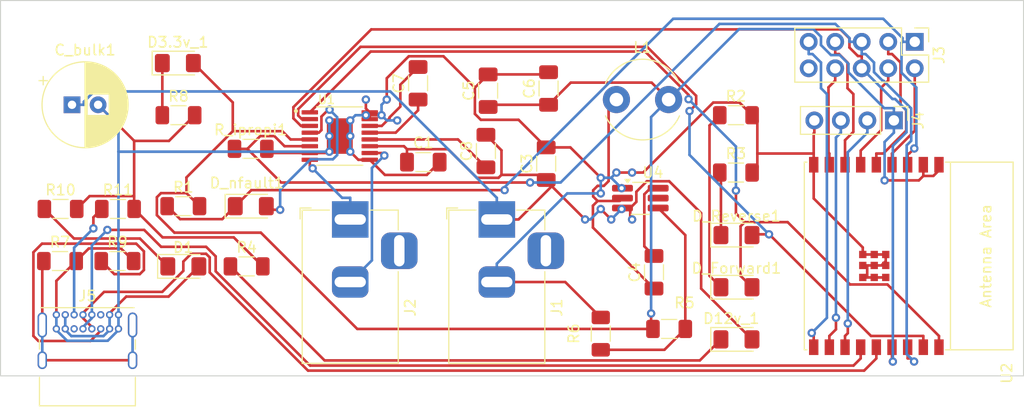
<source format=kicad_pcb>
(kicad_pcb (version 20240108) (generator "pcbnew") (generator_version "8.0")
  (title_block (title "Blind Controller") (date "2024-05-28") (rev "0") (company "Nabheet Sandhu"))
  (layers (0 "F.Cu" signal) (31 "B.Cu" signal) (34 "B.Paste" user) (35 "F.Paste" user) (36 "B.SilkS" user "B.Silkscreen") (37 "F.SilkS" user "F.Silkscreen") (38 "B.Mask" user) (39 "F.Mask" user) (44 "Edge.Cuts" user))
  (net 0 "")
  (net 1 "Net-(D12v_1-A)")
  (net 2 "GNDREF")
  (net 3 "Net-(U4-BST)")
  (net 4 "Net-(U4-SW)")
  (net 5 "/Power3.3v")
  (net 6 "Net-(D1-A)")
  (net 7 "Net-(D3.3v_1-K)")
  (net 8 "Net-(D12v_1-K)")
  (net 9 "/Forward")
  (net 10 "Net-(D_Forward1-K)")
  (net 11 "Net-(D_Reverse1-K)")
  (net 12 "/Reverse")
  (net 13 "Net-(U1-CPH)")
  (net 14 "Net-(U1-CPL)")
  (net 15 "/Motor Reverse")
  (net 16 "/Motor Forward")
  (net 17 "/IO4")
  (net 18 "Net-(U1-VCP)")
  (net 19 "/IO9")
  (net 20 "/IO3")
  (net 21 "/IO7")
  (net 22 "/IO2")
  (net 23 "/IO8")
  (net 24 "/IO5")
  (net 25 "/IO6")
  (net 26 "/IO10")
  (net 27 "/TXD0")
  (net 28 "/RXD0")
  (net 29 "Net-(J5-SHIELD)")
  (net 30 "/USB-D-")
  (net 31 "Net-(J5-CC1)")
  (net 34 "/USB-D+")
  (net 35 "Net-(J5-CC2)")
  (net 36 "Net-(D1-K)")
  (net 37 "Net-(U4-FB)")
  (net 39 "Net-(D_nfault1-A)")
  (footprint "" (layer "F.Cu") (at 142.5 134)
    (property "Reference" "")
    (property "Value" "")
  )
  (footprint "Connector_USB:USB_C_Receptacle_GCT_USB4085" (layer "F.Cu") (at 87.35 143.14)
    (property "Reference" "J5")
    (property "Value" "USB_C_Receptacle_USB2.0_16P")
  )
  (footprint "" (layer "F.Cu") (at 139.5 130)
    (property "Reference" "")
    (property "Value" "")
  )
  (footprint "LED_SMD:LED_1206_3216Metric_Pad1.42x1.75mm_HandSolder" (layer "F.Cu") (at 152.5 145.5)
    (property "Reference" "D12v_1")
    (property "Value" "Orange")
  )
  (footprint "" (layer "F.Cu") (at 115.5 126)
    (property "Reference" "")
    (property "Value" "")
  )
  (footprint "" (layer "F.Cu") (at 142.5 129.5)
    (property "Reference" "")
    (property "Value" "")
  )
  (footprint "" (layer "F.Cu") (at 118.7707 127.8676)
    (property "Reference" "")
    (property "Value" "")
  )
  (footprint "LED_SMD:LED_1206_3216Metric_Pad1.42x1.75mm_HandSolder" (layer "F.Cu") (at 152.5 140.5)
    (property "Reference" "D_Forward1")
    (property "Value" "Green")
  )
  (footprint "LED_SMD:LED_1206_3216Metric_Pad1.42x1.75mm_HandSolder" (layer "F.Cu") (at 152.5 135.5)
    (property "Reference" "D_Reverse1")
    (property "Value" "Blue")
  )
  (footprint "" (layer "F.Cu") (at 140.5 134)
    (property "Reference" "")
    (property "Value" "")
  )
  (footprint "" (layer "F.Cu") (at 115.5 127.5)
    (property "Reference" "")
    (property "Value" "")
  )
  (footprint "Capacitor_SMD:C_1206_3216Metric_Pad1.33x1.80mm_HandSolder" (layer "F.Cu") (at 122.5 128.5)
    (property "Reference" "C1")
    (property "Value" "100nF")
  )
  (footprint "" (layer "F.Cu") (at 141.5 131)
    (property "Reference" "")
    (property "Value" "")
  )
  (footprint "Capacitor_SMD:C_1206_3216Metric_Pad1.33x1.80mm_HandSolder" (layer "F.Cu") (at 128.71 121.65 90)
    (property "Reference" "C5")
    (property "Value" "22µF")
  )
  (footprint "Connector_BarrelJack:BarrelJack_Horizontal" (layer "F.Cu") (at 129.5425 134 90)
    (property "Reference" "J1")
    (property "Value" "Barrel_Jack_Switch")
  )
  (footprint "LED_SMD:LED_1206_3216Metric_Pad1.42x1.75mm_HandSolder" (layer "F.Cu") (at 99.5125 138.5)
    (property "Reference" "D1")
    (property "Value" "Yellow")
  )
  (footprint "Capacitor_SMD:C_1206_3216Metric_Pad1.33x1.80mm_HandSolder" (layer "F.Cu") (at 122 120.9375 90)
    (property "Reference" "C7")
    (property "Value" "22nF")
  )
  (footprint "Capacitor_SMD:C_1206_3216Metric_Pad1.33x1.80mm_HandSolder" (layer "F.Cu") (at 144.6 139.0625 90)
    (property "Reference" "C4")
    (property "Value" "100nF")
  )
  (footprint "Capacitor_THT:CP_Radial_D8.0mm_P2.50mm" (layer "F.Cu") (at 88.8473 123)
    (property "Reference" "C_bulk1")
    (property "Value" "330µF")
  )
  (footprint "Resistor_SMD:R_1206_3216Metric_Pad1.30x1.75mm_HandSolder" (layer "F.Cu") (at 139.5 144.95 90)
    (property "Reference" "R6")
    (property "Value" "10kΩ")
  )
  (footprint "Resistor_SMD:R_1206_3216Metric_Pad1.30x1.75mm_HandSolder" (layer "F.Cu") (at 99.5125 132.725)
    (property "Reference" "R1")
    (property "Value" "10kΩ")
  )
  (footprint "Connector_BarrelJack:BarrelJack_Horizontal" (layer "F.Cu") (at 115.5 134 90)
    (property "Reference" "J2")
    (property "Value" "DC_Motor_12v")
  )
  (footprint "Capacitor_SMD:C_1206_3216Metric_Pad1.33x1.80mm_HandSolder" (layer "F.Cu") (at 128.5 127.4375 90)
    (property "Reference" "C8")
    (property "Value" "100nF")
  )
  (footprint "Resistor_SMD:R_1206_3216Metric_Pad1.30x1.75mm_HandSolder" (layer "F.Cu") (at 146.05 144.5)
    (property "Reference" "R5")
    (property "Value" "33kΩ")
  )
  (footprint "PCM_Espressif:ESP32-C3-WROOM-02" (layer "F.Cu") (at 166 137.5 -90)
    (property "Reference" "U2")
    (property "Value" "ESP32-C3-WROOM-02")
  )
  (footprint "" (layer "F.Cu") (at 141 129.5)
    (property "Reference" "")
    (property "Value" "")
  )
  (footprint "Resistor_SMD:R_1206_3216Metric_Pad1.30x1.75mm_HandSolder" (layer "F.Cu") (at 105.9625 127.225)
    (property "Reference" "R_ipropi1")
    (property "Value" "1.5kΩ")
  )
  (footprint "" (layer "F.Cu") (at 118.5 124)
    (property "Reference" "")
    (property "Value" "")
  )
  (footprint "" (layer "F.Cu") (at 139.5 131.5)
    (property "Reference" "")
    (property "Value" "")
  )
  (footprint "" (layer "F.Cu") (at 115.5 124.5)
    (property "Reference" "")
    (property "Value" "")
  )
  (footprint "" (layer "F.Cu") (at 119 122.5)
    (property "Reference" "")
    (property "Value" "")
  )
  (footprint "" (layer "F.Cu") (at 138 134)
    (property "Reference" "")
    (property "Value" "")
  )
  (footprint "Resistor_SMD:R_1206_3216Metric_Pad1.30x1.75mm_HandSolder" (layer "F.Cu") (at 93.2 137.99)
    (property "Reference" "R9")
    (property "Value" "5kΩ")
  )
  (footprint "Resistor_SMD:R_1206_3216Metric_Pad1.30x1.75mm_HandSolder" (layer "F.Cu") (at 152.45 124)
    (property "Reference" "R2")
    (property "Value" "660Ω")
  )
  (footprint "" (layer "F.Cu") (at 139.5 133)
    (property "Reference" "")
    (property "Value" "")
  )
  (footprint "Resistor_SMD:R_1206_3216Metric_Pad1.30x1.75mm_HandSolder" (layer "F.Cu") (at 93.25 132.99)
    (property "Reference" "R11")
    (property "Value" "5kΩ")
  )
  (footprint "" (layer "F.Cu") (at 113.5 124.5)
    (property "Reference" "")
    (property "Value" "")
  )
  (footprint "" (layer "F.Cu") (at 117 122.5)
    (property "Reference" "")
    (property "Value" "")
  )
  (footprint "Resistor_SMD:R_1206_3216Metric_Pad1.30x1.75mm_HandSolder" (layer "F.Cu") (at 87.7 137.99)
    (property "Reference" "R7")
    (property "Value" "5kΩ")
  )
  (footprint "" (layer "F.Cu") (at 113.5 127.5)
    (property "Reference" "")
    (property "Value" "")
  )
  (footprint "" (layer "F.Cu") (at 113.5 126)
    (property "Reference" "")
    (property "Value" "")
  )
  (footprint "Connector_PinHeader_2.54mm:PinHeader_2x05_P2.54mm_Vertical" (layer "F.Cu") (at 169.58 116.96 -90)
    (property "Reference" "J3")
    (property "Value" "JTAG/GPIO")
  )
  (footprint "Resistor_SMD:R_1206_3216Metric_Pad1.30x1.75mm_HandSolder" (layer "F.Cu") (at 87.75 132.99)
    (property "Reference" "R10")
    (property "Value" "1kΩ")
  )
  (footprint "" (layer "F.Cu") (at 141.5 133)
    (property "Reference" "")
    (property "Value" "")
  )
  (footprint "" (layer "F.Cu") (at 117 124)
    (property "Reference" "")
    (property "Value" "")
  )
  (footprint "LED_SMD:LED_1206_3216Metric_Pad1.42x1.75mm_HandSolder" (layer "F.Cu") (at 98.9875 119)
    (property "Reference" "D3.3v_1")
    (property "Value" "Yellow")
  )
  (footprint "DRV8874PWPR:SOP65P640X120-17N" (layer "F.Cu") (at 114.5 126)
    (property "Reference" "U1")
    (property "Value" "DRV8874PWPR")
  )
  (footprint "Connector_PinHeader_2.54mm:PinHeader_1x04_P2.54mm_Vertical" (layer "F.Cu") (at 167.58 124.5 -90)
    (property "Reference" "J4")
    (property "Value" "UART")
  )
  (footprint "Capacitor_SMD:C_1206_3216Metric_Pad1.33x1.80mm_HandSolder" (layer "F.Cu") (at 134.5 121.4375 90)
    (property "Reference" "C6")
    (property "Value" "22µF")
  )
  (footprint "" (layer "F.Cu") (at 120 124.5)
    (property "Reference" "")
    (property "Value" "")
  )
  (footprint "" (layer "F.Cu") (at 113.5227 123.474)
    (property "Reference" "")
    (property "Value" "")
  )
  (footprint "Package_TO_SOT_SMD:TSOT-23-6_HandSoldering" (layer "F.Cu") (at 143.29 131.95)
    (property "Reference" "U4")
    (property "Value" "AP62250WU")
  )
  (footprint "LED_SMD:LED_1206_3216Metric_Pad1.42x1.75mm_HandSolder" (layer "F.Cu") (at 105.975 132.725)
    (property "Reference" "D_nfault1")
    (property "Value" "Red")
  )
  (footprint "Capacitor_SMD:C_1206_3216Metric_Pad1.33x1.80mm_HandSolder" (layer "F.Cu") (at 134.2725 128.65 90)
    (property "Reference" "C3")
    (property "Value" "10µF")
  )
  (footprint "Inductor_THT:L_Radial_D7.5mm_P5.00mm_Fastron_07P" (layer "F.Cu") (at 141 122.5)
    (property "Reference" "L1")
    (property "Value" "2.2µH")
  )
  (footprint "Resistor_SMD:R_1206_3216Metric_Pad1.30x1.75mm_HandSolder" (layer "F.Cu") (at 152.45 129.5)
    (property "Reference" "R3")
    (property "Value" "660Ω")
  )
  (footprint "Resistor_SMD:R_1206_3216Metric_Pad1.30x1.75mm_HandSolder" (layer "F.Cu") (at 99.05 124)
    (property "Reference" "R8")
    (property "Value" "660Ω")
  )
  (footprint "Resistor_SMD:R_1206_3216Metric_Pad1.30x1.75mm_HandSolder" (layer "F.Cu") (at 105.575 138.5)
    (property "Reference" "R4")
    (property "Value" "2.4kΩ")
  )
  (gr_rect (start 82 113) (end 180 149) (stroke (width 0.1)) (fill none) (layer "Edge.Cuts"))
  (segment (start 129.5425 134) (end 131.6192 134) (width 0.25) (layer "F.Cu") (net 1))
  (segment (start 120.6516 126.975) (end 117.37 126.975) (width 0.25) (layer "F.Cu") (net 1))
  (segment (start 142.9096 131.3431) (end 143.9181 130.3346) (width 0.25) (layer "F.Cu") (net 1))
  (segment (start 128.5 125.875) (end 129.989 127.364) (width 0.25) (layer "F.Cu") (net 1))
  (segment (start 142.3227 132.9) (end 142.9096 132.3131) (width 0.25) (layer "F.Cu") (net 1))
  (segment (start 141.58 132.92) (end 141.58 132.9) (width 0.25) (layer "F.Cu") (net 1))
  (segment (start 142.9096 132.3131) (end 142.9096 131.3431) (width 0.25) (layer "F.Cu") (net 1))
  (segment (start 134.2725 130.2725) (end 134.2725 130.2125) (width 0.25) (layer "F.Cu") (net 1))
  (segment (start 129.989 129.7223) (end 129.7062 130.0051) (width 0.25) (layer "F.Cu") (net 1))
  (segment (start 120.9375 128.5) (end 120.9375 127.2609) (width 0.25) (layer "F.Cu") (net 1))
  (segment (start 131.6192 134) (end 134.8096 130.8096) (width 0.25) (layer "F.Cu") (net 1))
  (segment (start 129.989 127.364) (end 129.989 129.7223) (width 0.25) (layer "F.Cu") (net 1))
  (segment (start 143.9181 130.3346) (end 146.0578 130.3346) (width 0.25) (layer "F.Cu") (net 1))
  (segment (start 133.7823 129.7223) (end 129.989 129.7223) (width 0.25) (layer "F.Cu") (net 1))
  (segment (start 134.8096 130.8096) (end 134.2725 130.2725) (width 0.25) (layer "F.Cu") (net 1))
  (segment (start 141.5 133) (end 141.58 132.92) (width 0.25) (layer "F.Cu") (net 1))
  (segment (start 140.5 134) (end 139.5 133) (width 0.25) (layer "F.Cu") (net 1))
  (segment (start 124.8815 127.2609) (end 120.9375 127.2609) (width 0.25) (layer "F.Cu") (net 1))
  (segment (start 129.7062 130.0051) (end 127.6257 130.0051) (width 0.25) (layer "F.Cu") (net 1))
  (segment (start 141.58 132.9) (end 142.3227 132.9) (width 0.25) (layer "F.Cu") (net 1))
  (segment (start 142.3227 133.8227) (end 142.5 134) (width 0.25) (layer "F.Cu") (net 1))
  (segment (start 127.6257 130.0051) (end 124.8815 127.2609) (width 0.25) (layer "F.Cu") (net 1))
  (segment (start 146.0578 130.3346) (end 149.1159 133.3927) (width 0.25) (layer "F.Cu") (net 1))
  (segment (start 149.1159 133.3927) (end 149.1159 140.6284) (width 0.25) (layer "F.Cu") (net 1))
  (segment (start 120.9375 127.2609) (end 120.6516 126.975) (width 0.25) (layer "F.Cu") (net 1))
  (segment (start 142.3227 132.9) (end 142.3227 133.8227) (width 0.25) (layer "F.Cu") (net 1))
  (segment (start 134.2725 130.2125) (end 133.7823 129.7223) (width 0.25) (layer "F.Cu") (net 1))
  (segment (start 149.1159 140.6284) (end 153.9875 145.5) (width 0.25) (layer "F.Cu") (net 1))
  (segment (start 138 134) (end 134.8096 130.8096) (width 0.25) (layer "F.Cu") (net 1))
  (segment (start 88.8473 123) (end 89.974 123) (width 0.25) (layer "B.Cu") (net 1))
  (segment (start 89.974 122.7183) (end 89.974 123) (width 0.25) (layer "B.Cu") (net 1))
  (segment (start 129.5425 134) (end 129.5425 131.9233) (width 0.25) (layer "B.Cu") (net 1))
  (segment (start 119.341 121.7218) (end 90.9705 121.7218) (width 0.25) (layer "B.Cu") (net 1))
  (segment (start 129.5425 131.9233) (end 119.341 121.7218) (width 0.25) (layer "B.Cu") (net 1))
  (segment (start 140.5 134) (end 141.5 133) (width 0.25) (layer "B.Cu") (net 1))
  (segment (start 138.5 134) (end 139.5 133) (width 0.25) (layer "B.Cu") (net 1))
  (segment (start 90.9705 121.7218) (end 89.974 122.7183) (width 0.25) (layer "B.Cu") (net 1))
  (segment (start 138 134) (end 138.5 134) (width 0.25) (layer "B.Cu") (net 1))
  (segment (start 128.01 124.4409) (end 127.4434 123.8743) (width 0.25) (layer "F.Cu") (net 2))
  (segment (start 119 122.5) (end 119 120.4558) (width 0.25) (layer "F.Cu") (net 2))
  (segment (start 116.275 128.275) (end 115.5 127.5) (width 0.25) (layer "F.Cu") (net 2))
  (segment (start 113.5 126) (end 114.5 126) (width 0.25) (layer "F.Cu") (net 2))
  (segment (start 117.37 124) (end 117.37 123.725) (width 0.25) (layer "F.Cu") (net 2))
  (segment (start 159.96 124.5) (end 159.96 125.6767) (width 0.25) (layer "F.Cu") (net 2))
  (segment (start 154.5 127.6733) (end 159.9 127.6733) (width 0.25) (layer "F.Cu") (net 2))
  (segment (start 107.125 138.5) (end 104.3419 135.7169) (width 0.25) (layer "F.Cu") (net 2))
  (segment (start 164.6 138.41) (end 165.0233 138.41) (width 0.25) (layer "F.Cu") (net 2))
  (segment (start 154 129.5) (end 154.5 129) (width 0.25) (layer "F.Cu") (net 2))
  (segment (start 141 129.5) (end 142.5 129.5) (width 0.25) (layer "F.Cu") (net 2))
  (segment (start 127.4434 121.3541) (end 128.71 120.0875) (width 0.25) (layer "F.Cu") (net 2))
  (segment (start 89.3 132.99) (end 90.5316 131.7584) (width 0.25) (layer "F.Cu") (net 2))
  (segment (start 118.5 124) (end 117.37 124) (width 0.25) (layer "F.Cu") (net 2))
  (segment (start 121.1101 118.3457) (end 124.435 118.3457) (width 0.25) (layer "F.Cu") (net 2))
  (segment (start 122.8348 129.7277) (end 118.8227 129.7277) (width 0.25) (layer "F.Cu") (net 2))
  (segment (start 154.5 124.5) (end 154 124) (width 0.25) (layer "F.Cu") (net 2))
  (segment (start 97.5269 135.7169) (end 94.8 132.99) (width 0.25) (layer "F.Cu") (net 2))
  (segment (start 113.5 127.5) (end 113.375 127.625) (width 0.25) (layer "F.Cu") (net 2))
  (segment (start 165.7 137.36) (end 166.8 137.36) (width 0.25) (layer "F.Cu") (net 2))
  (segment (start 90.4591 136.7809) (end 93.5409 136.7809) (width 0.25) (layer "F.Cu") (net 2))
  (segment (start 117.37 124) (end 117.37 124.375) (width 0.25) (layer "F.Cu") (net 2))
  (segment (start 129.5425 140) (end 136.1 140) (width 0.25) (layer "F.Cu") (net 2))
  (segment (start 154.5 129) (end 154.5 127.6733) (width 0.25) (layer "F.Cu") (net 2))
  (segment (start 98.1358 126.4642) (end 100.6 124) (width 0.25) (layer "F.Cu") (net 2))
  (segment (start 166.7151 138.0716) (end 166.3767 138.41) (width 0.25) (layer "F.Cu") (net 2))
  (segment (start 159.9 131.9833) (end 159.9 128.75) (width 0.25) (layer "F.Cu") (net 2))
  (segment (start 165.0233 139.56) (end 165.7 139.56) (width 0.25) (layer "F.Cu") (net 2))
  (segment (start 152.7836 122.7836) (end 154 124) (width 0.25) (layer "F.Cu") (net 2))
  (segment (start 111.63 127.625) (end 107.9125 127.625) (width 0.25) (layer "F.Cu") (net 2))
  (segment (start 124.0625 128.5) (end 122.8348 129.7277) (width 0.25) (layer "F.Cu") (net 2))
  (segment (start 119 120.4558) (end 121.1101 118.3457) (width 0.25) (layer "F.Cu") (net 2))
  (segment (start 141.5 131) (end 141.58 131) (width 0.25) (layer "F.Cu") (net 2))
  (segment (start 139.5 130) (end 136.5875 127.0875) (width 0.25) (layer "F.Cu") (net 2))
  (segment (start 117.37 123.725) (end 117 123.355) (width 0.25) (layer "F.Cu") (net 2))
  (segment (start 87.35 139.89) (end 89.25 137.99) (width 0.25) (layer "F.Cu") (net 2))
  (segment (start 165.0233 137.36) (end 164.6 137.36) (width 0.25) (layer "F.Cu") (net 2))
  (segment (start 165.7 138.41) (end 166.3767 138.41) (width 0.25) (layer "F.Cu") (net 2))
  (segment (start 159.9 127.6733) (end 159.9 125.7367) (width 0.25) (layer "F.Cu") (net 2))
  (segment (start 124.435 118.3457) (end 127.4434 121.3541) (width 0.25) (layer "F.Cu") (net 2))
  (segment (start 164.6 136.6833) (end 159.9 131.9833) (width 0.25) (layer "F.Cu") (net 2))
  (segment (start 136.5875 127.0875) (end 134.2725 127.0875) (width 0.25) (layer "F.Cu") (net 2))
  (segment (start 87.35 143.14) (end 87.35 139.89) (width 0.25) (layer "F.Cu") (net 2))
  (segment (start 107.9125 127.625) (end 107.5125 127.225) (width 0.25) (layer "F.Cu") (net 2))
  (segment (start 136.1 140) (end 139.5 143.4) (width 0.25) (layer "F.Cu") (net 2))
  (segment (start 166.8 137.36) (end 166.8 137.7333) (width 0.25) (layer "F.Cu") (net 2))
  (segment (start 131.6259 124.4409) (end 128.01 124.4409) (width 0.25) (layer "F.Cu") (net 2))
  (segment (start 164.6 137.36) (end 164.6 136.6833) (width 0.25) (layer "F.Cu") (net 2))
  (segment (start 134.2725 127.0875) (end 131.6259 124.4409) (width 0.25) (layer "F.Cu") (net 2))
  (segment (start 134.2875 120.0875) (end 134.5 119.875) (width 0.25) (layer "F.Cu") (net 2))
  (segment (start 150.2745 122.7836) (end 152.7836 122.7836) (width 0.25) (layer "F.Cu") (net 2))
  (segment (start 165.0233 139.56) (end 165.0233 138.41) (width 0.25) (layer "F.Cu") (net 2))
  (segment (start 90.5316 131.7584) (end 94.8 131.7584) (width 0.25) (layer "F.Cu") (net 2))
  (segment (start 166.8 138.0716) (end 166.7151 138.0716) (width 0.25) (layer "F.Cu") (net 2))
  (segment (start 93.5409 136.7809) (end 94.75 137.99) (width 0.25) (layer "F.Cu") (net 2))
  (segment (start 159.9 128.75) (end 159.9 127.6733) (width 0.25) (layer "F.Cu") (net 2))
  (segment (start 94.8115 126.4642) (end 98.1358 126.4642) (width 0.25) (layer "F.Cu") (net 2))
  (segment (start 166.8 138.0716) (end 166.8 137.7333) (width 0.25) (layer "F.Cu") (net 2))
  (segment (start 94.8 126.4757) (end 94.8115 126.4642) (width 0.25) (layer "F.Cu") (net 2))
  (segment (start 117 123.355) (end 117 122.5) (width 0.25) (layer "F.Cu") (net 2))
  (segment (start 128.71 120.0875) (end 134.2875 120.0875) (width 0.25) (layer "F.Cu") (net 2))
  (segment (start 91.3473 123) (end 94.8115 126.4642) (width 0.25) (layer "F.Cu") (net 2))
  (segment (start 165.7 137.36) (end 165.0233 137.36) (width 0.25) (layer "F.Cu") (net 2))
  (segment (start 94.8 132.99) (end 94.8 131.7584) (width 0.25) (layer "F.Cu") (net 2))
  (segment (start 113.375 127.625) (end 111.63 127.625) (width 0.25) (layer "F.Cu") (net 2))
  (segment (start 165.7 138.41) (end 165.0233 138.41) (width 0.25) (layer "F.Cu") (net 2))
  (segment (start 117.37 128.275) (end 116.275 128.275) (width 0.25) (layer "F.Cu") (net 2))
  (segment (start 118.8227 129.7277) (end 117.37 128.275) (width 0.25) (layer "F.Cu") (net 2))
  (segment (start 143.5581 129.5) (end 150.2745 122.7836) (width 0.25) (layer "F.Cu") (net 2))
  (segment (start 117.37 124) (end 117 124) (width 0.25) (layer "F.Cu") (net 2))
  (segment (start 154.5 127.6733) (end 154.5 124.5) (width 0.25) (layer "F.Cu") (net 2))
  (segment (start 159.9 125.7367) (end 159.96 125.6767) (width 0.25) (layer "F.Cu") (net 2))
  (segment (start 127.4434 123.8743) (end 127.4434 121.3541) (width 0.25) (layer "F.Cu") (net 2))
  (segment (start 142.5 129.5) (end 143.5581 129.5) (width 0.25) (layer "F.Cu") (net 2))
  (segment (start 104.3419 135.7169) (end 97.5269 135.7169) (width 0.25) (layer "F.Cu") (net 2))
  (segment (start 164.6 139.56) (end 165.0233 139.56) (width 0.25) (layer "F.Cu") (net 2))
  (segment (start 166.8 138.41) (end 166.8 138.0716) (width 0.25) (layer "F.Cu") (net 2))
  (segment (start 165.7 139.56) (end 166.8 139.56) (width 0.25) (layer "F.Cu") (net 2))
  (segment (start 115.5 126) (end 114.5 126) (width 0.25) (layer "F.Cu") (net 2))
  (segment (start 89.25 137.99) (end 90.4591 136.7809) (width 0.25) (layer "F.Cu") (net 2))
  (segment (start 94.8 131.7584) (end 94.8 126.4757) (width 0.25) (layer "F.Cu") (net 2))
  (segment (start 113.5 127.5) (end 113.5 126) (width 0.25) (layer "B.Cu") (net 2))
  (segment (start 117 124) (end 116 124) (width 0.25) (layer "B.Cu") (net 2))
  (segment (start 119 122.5) (end 118.5 123) (width 0.25) (layer "B.Cu") (net 2))
  (segment (start 93.3 127.5) (end 93.3 143.14) (width 0.25) (layer "B.Cu") (net 2))
  (segment (start 115.5 127.5) (end 115.5 126) (width 0.25) (layer "B.Cu") (net 2))
  (segment (start 136.2849 131.5) (end 139.5 131.5) (width 0.25) (layer "B.Cu") (net 2))
  (segment (start 115.5 124.5) (end 115.5 126) (width 0.25) (layer "B.Cu") (net 2))
  (segment (start 113.5 124.5) (end 113.5 126) (width 0.25) (layer "B.Cu") (net 2))
  (segment (start 93.3 144.49) (end 93.3 143.14) (width 0.25) (layer "B.Cu") (net 2))
  (segment (start 129.5425 140) (end 129.5425 138.2424) (width 0.25) (layer "B.Cu") (net 2))
  (segment (start 139.5 130) (end 139.5 131.5) (width 0.25) (layer "B.Cu") (net 2))
  (segment (start 87.35 144.49) (end 87.35 144.6029) (width 0.25) (layer "B.Cu") (net 2))
  (segment (start 92.2671 145.6363) (end 93.3 144.6034) (width 0.25) (layer "B.Cu") (net 2))
  (segment (start 93.3 144.6034) (end 93.3 144.49) (width 0.25) (layer "B.Cu") (net 2))
  (segment (start 91.3473 123) (end 93.3 124.9527) (width 0.25) (layer "B.Cu") (net 2))
  (segment (start 93.3 124.9527) (end 93.3 127.5) (width 0.25) (layer "B.Cu") (net 2))
  (segment (start 140.5 130) (end 141 129.5) (width 0.25) (layer "B.Cu") (net 2))
  (segment (start 120 124.5) (end 119 124.5) (width 0.25) (layer "B.Cu") (net 2))
  (segment (start 118.5 123) (end 118.5 124) (width 0.25) (layer "B.Cu") (net 2))
  (segment (start 87.35 144.49) (end 87.35 143.14) (width 0.25) (layer "B.Cu") (net 2))
  (segment (start 116 124) (end 115.5 124.5) (width 0.25) (layer "B.Cu") (net 2))
  (segment (start 88.3834 145.6363) (end 92.2671 145.6363) (width 0.25) (layer "B.Cu") (net 2))
  (segment (start 139.5 130) (end 140.5 130) (width 0.25) (layer "B.Cu") (net 2))
  (segment (start 140.5 130) (end 141.5 131) (width 0.25) (layer "B.Cu") (net 2))
  (segment (start 93.3 127.5) (end 113.5 127.5) (width 0.25) (layer "B.Cu") (net 2))
  (segment (start 87.35 144.6029) (end 88.3834 145.6363) (width 0.25) (layer "B.Cu") (net 2))
  (segment (start 119 124.5) (end 118.5 124) (width 0.25) (layer "B.Cu") (net 2))
  (segment (start 129.5425 138.2424) (end 136.2849 131.5) (width 0.25) (layer "B.Cu") (net 2))
  (segment (start 144.6 137.5) (end 143.6719 136.5719) (width 0.25) (layer "F.Cu") (net 3))
  (segment (start 143.6719 131.5824) (end 144.2543 131) (width 0.25) (layer "F.Cu") (net 3))
  (segment (start 144.2543 131) (end 145 131) (width 0.25) (layer "F.Cu") (net 3))
  (segment (start 143.6719 136.5719) (end 143.6719 131.5824) (width 0.25) (layer "F.Cu") (net 3))
  (segment (start 138.75 134.775) (end 138.75 132.6757) (width 0.25) (layer "F.Cu") (net 4))
  (segment (start 138.7733 131.199) (end 138.7733 131.801) (width 0.25) (layer "F.Cu") (net 4))
  (segment (start 140.2527 123.2473) (end 140.2527 130.3219) (width 0.25) (layer "F.Cu") (net 4))
  (segment (start 144.6 140.625) (end 138.75 134.775) (width 0.25) (layer "F.Cu") (net 4))
  (segment (start 138.7733 131.801) (end 139.199 132.2267) (width 0.25) (layer "F.Cu") (net 4))
  (segment (start 139.199 130.7733) (end 138.7733 131.199) (width 0.25) (layer "F.Cu") (net 4))
  (segment (start 141 122.5) (end 140.2527 123.2473) (width 0.25) (layer "F.Cu") (net 4))
  (segment (start 140.2527 130.3219) (end 139.8013 130.7733) (width 0.25) (layer "F.Cu") (net 4))
  (segment (start 139.8013 130.7733) (end 139.199 130.7733) (width 0.25) (layer "F.Cu") (net 4))
  (segment (start 139.199 132.2267) (end 141.3033 132.2267) (width 0.25) (layer "F.Cu") (net 4))
  (segment (start 138.75 132.6757) (end 139.199 132.2267) (width 0.25) (layer "F.Cu") (net 4))
  (segment (start 141.3033 132.2267) (end 141.58 131.95) (width 0.25) (layer "F.Cu") (net 4))
  (segment (start 144.3234 144.3234) (end 144.5 144.5) (width 0.25) (layer "F.Cu") (net 5))
  (segment (start 144.3722 120.8722) (end 146 122.5) (width 0.25) (layer "F.Cu") (net 5))
  (segment (start 104.2495 122.7745) (end 100.475 119) (width 0.25) (layer "F.Cu") (net 5))
  (segment (start 97.3716 131.474) (end 99.8115 131.474) (width 0.25) (layer "F.Cu") (net 5))
  (segment (start 169.9767 130.25) (end 170.4 129.8267) (width 0.25) (layer "F.Cu") (net 5))
  (segment (start 116.1756 144.5) (end 106.9408 135.2652) (width 0.25) (layer "F.Cu") (net 5))
  (segment (start 99.8115 129.9682) (end 104.2495 125.5302) (width 0.25) (layer "F.Cu") (net 5))
  (segment (start 128.71 123.2125) (end 128.9225 123) (width 0.25) (layer "F.Cu") (net 5))
  (segment (start 128.9225 123) (end 134.5 123) (width 0.25) (layer "F.Cu") (net 5))
  (segment (start 109.7858 126.325) (end 111.63 126.325) (width 0.25) (layer "F.Cu") (net 5))
  (segment (start 171.9 128.75) (end 171.9 129.2883) (width 0.25) (layer "F.Cu") (net 5))
  (segment (start 166.6909 130.25) (end 169.9767 130.25) (width 0.25) (layer "F.Cu") (net 5))
  (segment (start 104.2495 125.5302) (end 108.991 125.5302) (width 0.25) (layer "F.Cu") (net 5))
  (segment (start 108.991 125.5302) (end 109.7858 126.325) (width 0.25) (layer "F.Cu") (net 5))
  (segment (start 99.8115 131.474) (end 99.8115 129.9682) (width 0.25) (layer "F.Cu") (net 5))
  (segment (start 136.6278 120.8722) (end 144.3722 120.8722) (width 0.25) (layer "F.Cu") (net 5))
  (segment (start 99.8115 131.474) (end 101.0625 132.725) (width 0.25) (layer "F.Cu") (net 5))
  (segment (start 106.9408 135.2652) (end 98.6575 135.2652) (width 0.25) (layer "F.Cu") (net 5))
  (segment (start 144.3234 143.0159) (end 144.3234 144.3234) (width 0.25) (layer "F.Cu") (net 5))
  (segment (start 104.2495 125.5302) (end 104.2495 122.7745) (width 0.25) (layer "F.Cu") (net 5))
  (segment (start 98.6575 135.2652) (end 96.9776 133.5853) (width 0.25) (layer "F.Cu") (net 5))
  (segment (start 171.3616 129.8267) (end 170.4 129.8267) (width 0.25) (layer "F.Cu") (net 5))
  (segment (start 96.9776 133.5853) (end 96.9776 131.868) (width 0.25) (layer "F.Cu") (net 5))
  (segment (start 96.9776 131.868) (end 97.3716 131.474) (width 0.25) (layer "F.Cu") (net 5))
  (segment (start 170.4 128.75) (end 170.4 129.8267) (width 0.25) (layer "F.Cu") (net 5))
  (segment (start 134.5 123) (end 136.6278 120.8722) (width 0.25) (layer "F.Cu") (net 5))
  (segment (start 144.5 144.5) (end 116.1756 144.5) (width 0.25) (layer "F.Cu") (net 5))
  (segment (start 171.9 129.2883) (end 171.3616 129.8267) (width 0.25) (layer "F.Cu") (net 5))
  (via (at 166.6909 130.25) (size 0.8) (drill 0.4) (layers "F.Cu" "B.Cu") (net 5))
  (via (at 144.3234 143.0159) (size 0.8) (drill 0.4) (layers "F.Cu" "B.Cu") (net 5))
  (segment (start 166.6909 126.5658) (end 166.6909 130.25) (width 0.25) (layer "B.Cu") (net 5))
  (segment (start 167.58 125.6767) (end 166.6909 126.5658) (width 0.25) (layer "B.Cu") (net 5))
  (segment (start 159.867 115.7427) (end 160.5967 116.4724) (width 0.25) (layer "B.Cu") (net 5))
  (segment (start 144.3234 124.1766) (end 146 122.5) (width 0.25) (layer "B.Cu") (net 5))
  (segment (start 162.3908 118.23) (end 163.23 119.0692) (width 0.25) (layer "B.Cu") (net 5))
  (segment (start 167.58 124.5) (end 167.58 123.3233) (width 0.25) (layer "B.Cu") (net 5))
  (segment (start 144.3234 143.0159) (end 144.3234 124.1766) (width 0.25) (layer "B.Cu") (net 5))
  (segment (start 163.23 119.0692) (end 163.23 119.8967) (width 0.25) (layer "B.Cu") (net 5))
  (segment (start 160.5967 117.2756) (end 161.5511 118.23) (width 0.25) (layer "B.Cu") (net 5))
  (segment (start 146 122.5) (end 152.7573 115.7427) (width 0.25) (layer "B.Cu") (net 5))
  (segment (start 161.5511 118.23) (end 162.3908 118.23) (width 0.25) (layer "B.Cu") (net 5))
  (segment (start 160.5967 116.4724) (end 160.5967 117.2756) (width 0.25) (layer "B.Cu") (net 5))
  (segment (start 166.6566 123.3233) (end 167.58 123.3233) (width 0.25) (layer "B.Cu") (net 5))
  (segment (start 167.58 124.5) (end 167.58 125.6767) (width 0.25) (layer "B.Cu") (net 5))
  (segment (start 163.23 119.8967) (end 166.6566 123.3233) (width 0.25) (layer "B.Cu") (net 5))
  (segment (start 152.7573 115.7427) (end 159.867 115.7427) (width 0.25) (layer "B.Cu") (net 5))
  (segment (start 98.1027 141.3973) (end 101 138.5) (width 0.25) (layer "F.Cu") (net 6))
  (segment (start 94.0405 141.3973) (end 98.1027 141.3973) (width 0.25) (layer "F.Cu") (net 6))
  (segment (start 92.45 143.14) (end 92.45 142.9878) (width 0.25) (layer "F.Cu") (net 6))
  (segment (start 92.45 142.9878) (end 94.0405 141.3973) (width 0.25) (layer "F.Cu") (net 6))
  (segment (start 92.45 144.49) (end 92.45 144.5971) (width 0.25) (layer "B.Cu") (net 6))
  (segment (start 88.2 144.597) (end 88.2 144.49) (width 0.25) (layer "B.Cu") (net 6))
  (segment (start 92.45 143.14) (end 92.45 144.49) (width 0.25) (layer "B.Cu") (net 6))
  (segment (start 88.7876 145.1846) (end 88.2 144.597) (width 0.25) (layer "B.Cu") (net 6))
  (segment (start 91.8625 145.1846) (end 88.7876 145.1846) (width 0.25) (layer "B.Cu") (net 6))
  (segment (start 88.2 144.49) (end 88.2 143.14) (width 0.25) (layer "B.Cu") (net 6))
  (segment (start 92.45 144.5971) (end 91.8625 145.1846) (width 0.25) (layer "B.Cu") (net 6))
  (segment (start 97.5 124) (end 97.5 119) (width 0.25) (layer "F.Cu") (net 7))
  (segment (start 113.0456 147.5206) (end 148.9919 147.5206) (width 0.25) (layer "F.Cu") (net 8))
  (segment (start 104.025 138.5) (end 113.0456 147.5206) (width 0.25) (layer "F.Cu") (net 8))
  (segment (start 148.9919 147.5206) (end 151.0125 145.5) (width 0.25) (layer "F.Cu") (net 8))
  (segment (start 111.63 123.725) (end 117.461 117.894) (width 0.25) (layer "F.Cu") (net 9))
  (segment (start 152.45 133.4183) (end 152.45 131.2292) (width 0.25) (layer "F.Cu") (net 9))
  (segment (start 163.3852 140.2367) (end 157.405 134.2565) (width 0.25) (layer "F.Cu") (net 9))
  (segment (start 143.7523 117.894) (end 147.9098 122.0515) (width 0.25) (layer "F.Cu") (net 9))
  (segment (start 157.405 134.2565) (end 153.2882 134.2565) (width 0.25) (layer "F.Cu") (net 9))
  (segment (start 153.2882 134.2565) (end 152.45 133.4183) (width 0.25) (layer "F.Cu") (net 9))
  (segment (start 117.461 117.894) (end 143.7523 117.894) (width 0.25) (layer "F.Cu") (net 9))
  (segment (start 152.8941 139.4066) (end 153.9875 140.5) (width 0.25) (layer "F.Cu") (net 9))
  (segment (start 171.9 146.25) (end 171.9 145.1733) (width 0.25) (layer "F.Cu") (net 9))
  (segment (start 147.9098 122.0515) (end 147.9098 122.4627) (width 0.25) (layer "F.Cu") (net 9))
  (segment (start 166.9634 140.2367) (end 163.3852 140.2367) (width 0.25) (layer "F.Cu") (net 9))
  (segment (start 153.2882 134.2565) (end 152.8941 134.6506) (width 0.25) (layer "F.Cu") (net 9))
  (segment (start 152.8941 134.6506) (end 152.8941 139.4066) (width 0.25) (layer "F.Cu") (net 9))
  (segment (start 171.9 145.1733) (end 166.9634 140.2367) (width 0.25) (layer "F.Cu") (net 9))
  (via (at 147.9098 122.4627) (size 0.8) (drill 0.4) (layers "F.Cu" "B.Cu") (net 9))
  (via (at 152.45 131.2292) (size 0.8) (drill 0.4) (layers "F.Cu" "B.Cu") (net 9))
  (segment (start 152.45 131.2292) (end 152.45 127.0029) (width 0.25) (layer "B.Cu") (net 9))
  (segment (start 152.45 127.0029) (end 147.9098 122.4627) (width 0.25) (layer "B.Cu") (net 9))
  (segment (start 150.9 124) (end 149.9179 124.9821) (width 0.25) (layer "F.Cu") (net 10))
  (segment (start 149.9179 139.4054) (end 151.0125 140.5) (width 0.25) (layer "F.Cu") (net 10))
  (segment (start 149.9179 124.9821) (end 149.9179 139.4054) (width 0.25) (layer "F.Cu") (net 10))
  (segment (start 150.9 129.5) (end 151.0125 129.6125) (width 0.25) (layer "F.Cu") (net 11))
  (segment (start 151.0125 129.6125) (end 151.0125 135.5) (width 0.25) (layer "F.Cu") (net 11))
  (segment (start 111.63 124.375) (end 110.8577 124.375) (width 0.25) (layer "F.Cu") (net 12))
  (segment (start 110.8577 124.375) (end 110.5137 124.031) (width 0.25) (layer "F.Cu") (net 12))
  (segment (start 170.4 146.25) (end 170.4 145.1733) (width 0.25) (layer "F.Cu") (net 12))
  (segment (start 110.5137 123.419) (end 116.4904 117.4423) (width 0.25) (layer "F.Cu") (net 12))
  (segment (start 155.6165 135.4244) (end 154.0631 135.4244) (width 0.25) (layer "F.Cu") (net 12))
  (segment (start 148.6398 122.1397) (end 148.6398 122.9637) (width 0.25) (layer "F.Cu") (net 12))
  (segment (start 155.6407 135.4244) (end 155.6165 135.4244) (width 0.25) (layer "F.Cu") (net 12))
  (segment (start 165.3896 145.1733) (end 155.6407 135.4244) (width 0.25) (layer "F.Cu") (net 12))
  (segment (start 143.9424 117.4423) (end 148.6398 122.1397) (width 0.25) (layer "F.Cu") (net 12))
  (segment (start 110.5137 124.031) (end 110.5137 123.419) (width 0.25) (layer "F.Cu") (net 12))
  (segment (start 154.0631 135.4244) (end 153.9875 135.5) (width 0.25) (layer "F.Cu") (net 12))
  (segment (start 170.4 145.1733) (end 165.3896 145.1733) (width 0.25) (layer "F.Cu") (net 12))
  (segment (start 116.4904 117.4423) (end 143.9424 117.4423) (width 0.25) (layer "F.Cu") (net 12))
  (segment (start 148.6398 122.9637) (end 148.0032 123.6003) (width 0.25) (layer "F.Cu") (net 12))
  (via (at 148.0032 123.6003) (size 0.8) (drill 0.4) (layers "F.Cu" "B.Cu") (net 12))
  (via (at 155.6165 135.4244) (size 0.8) (drill 0.4) (layers "F.Cu" "B.Cu") (net 12))
  (segment (start 148.0032 127.8111) (end 148.0032 123.6003) (width 0.25) (layer "B.Cu") (net 12))
  (segment (start 155.6165 135.4244) (end 148.0032 127.8111) (width 0.25) (layer "B.Cu") (net 12))
  (segment (start 122 122.5) (end 122 123.5312) (width 0.25) (layer "F.Cu") (net 13))
  (segment (start 119.8562 125.675) (end 117.37 125.675) (width 0.25) (layer "F.Cu") (net 13))
  (segment (start 122 123.5312) (end 119.8562 125.675) (width 0.25) (layer "F.Cu") (net 13))
  (segment (start 122 119.375) (end 120.3012 121.0738) (width 0.25) (layer "F.Cu") (net 14))
  (segment (start 118.5226 125.025) (end 117.37 125.025) (width 0.25) (layer "F.Cu") (net 14))
  (segment (start 119.2733 124.199) (end 119.2733 124.2743) (width 0.25) (layer "F.Cu") (net 14))
  (segment (start 120.3012 121.0738) (end 120.3012 123.1711) (width 0.25) (layer "F.Cu") (net 14))
  (segment (start 120.3012 123.1711) (end 119.2733 124.199) (width 0.25) (layer "F.Cu") (net 14))
  (segment (start 119.2733 124.2743) (end 118.5226 125.025) (width 0.25) (layer "F.Cu") (net 14))
  (segment (start 118.7707 127.8676) (end 118.5281 127.625) (width 0.25) (layer "F.Cu") (net 15))
  (segment (start 118.5281 127.625) (end 117.37 127.625) (width 0.25) (layer "F.Cu") (net 15))
  (segment (start 117.5767 137.9233) (end 117.5767 129.0616) (width 0.25) (layer "B.Cu") (net 15))
  (segment (start 115.5 140) (end 117.5767 137.9233) (width 0.25) (layer "B.Cu") (net 15))
  (segment (start 117.5767 129.0616) (end 118.7707 127.8676) (width 0.25) (layer "B.Cu") (net 15))
  (segment (start 111.63 128.275) (end 111.63 128.8285) (width 0.25) (layer "F.Cu") (net 16))
  (segment (start 111.63 128.8285) (end 111.8983 129.0968) (width 0.25) (layer "F.Cu") (net 16))
  (via (at 111.8983 129.0968) (size 0.8) (drill 0.4) (layers "F.Cu" "B.Cu") (net 16))
  (segment (start 115.5 131.9233) (end 114.7248 131.9233) (width 0.25) (layer "B.Cu") (net 16))
  (segment (start 114.7248 131.9233) (end 111.8983 129.0968) (width 0.25) (layer "B.Cu") (net 16))
  (segment (start 115.5 134) (end 115.5 131.9233) (width 0.25) (layer "B.Cu") (net 16))
  (segment (start 99.2055 133.968) (end 97.9625 132.725) (width 0.25) (layer "F.Cu") (net 17))
  (segment (start 104.4875 132.725) (end 103.2445 133.968) (width 0.25) (layer "F.Cu") (net 17))
  (segment (start 106.0259 131.1866) (end 130.2892 131.1866) (width 0.25) (layer "F.Cu") (net 17))
  (segment (start 169.0509 127.6733) (end 169.5345 127.1897) (width 0.25) (layer "F.Cu") (net 17))
  (segment (start 168.9 127.6733) (end 169.0509 127.6733) (width 0.25) (layer "F.Cu") (net 17))
  (segment (start 104.4875 132.725) (end 106.0259 131.1866) (width 0.25) (layer "F.Cu") (net 17))
  (segment (start 103.2445 133.968) (end 99.2055 133.968) (width 0.25) (layer "F.Cu") (net 17))
  (segment (start 168.9 128.75) (end 168.9 127.6733) (width 0.25) (layer "F.Cu") (net 17))
  (via (at 130.2892 131.1866) (size 0.8) (drill 0.4) (layers "F.Cu" "B.Cu") (net 17))
  (via (at 169.5345 127.1897) (size 0.8) (drill 0.4) (layers "F.Cu" "B.Cu") (net 17))
  (segment (start 130.2892 130.9003) (end 130.2892 131.1866) (width 0.25) (layer "B.Cu") (net 17))
  (segment (start 146.44 114.7495) (end 130.2892 130.9003) (width 0.25) (layer "B.Cu") (net 17))
  (segment (start 169.58 116.96) (end 168.9917 116.96) (width 0.25) (layer "B.Cu") (net 17))
  (segment (start 166.5575 114.7495) (end 146.44 114.7495) (width 0.25) (layer "B.Cu") (net 17))
  (segment (start 169.7328 126.9914) (end 169.5345 127.1897) (width 0.25) (layer "B.Cu") (net 17))
  (segment (start 169.7328 121.3467) (end 169.7328 126.9914) (width 0.25) (layer "B.Cu") (net 17))
  (segment (start 168.31 119.9239) (end 169.7328 121.3467) (width 0.25) (layer "B.Cu") (net 17))
  (segment (start 168.31 117.055) (end 168.31 119.9239) (width 0.25) (layer "B.Cu") (net 17))
  (segment (start 168.405 116.96) (end 168.31 117.055) (width 0.25) (layer "B.Cu") (net 17))
  (segment (start 168.405 116.96) (end 168.405 116.597) (width 0.25) (layer "B.Cu") (net 17))
  (segment (start 168.405 116.597) (end 166.5575 114.7495) (width 0.25) (layer "B.Cu") (net 17))
  (segment (start 168.9917 116.96) (end 168.405 116.96) (width 0.25) (layer "B.Cu") (net 17))
  (segment (start 128.5 129) (end 125.825 126.325) (width 0.25) (layer "F.Cu") (net 18))
  (segment (start 125.825 126.325) (end 117.37 126.325) (width 0.25) (layer "F.Cu") (net 18))
  (segment (start 161.96 119.5) (end 161.96 120.6767) (width 0.25) (layer "F.Cu") (net 19))
  (segment (start 161.315 121.3217) (end 161.315 127.5883) (width 0.25) (layer "F.Cu") (net 19))
  (segment (start 161.315 127.5883) (end 161.4 127.6733) (width 0.25) (layer "F.Cu") (net 19))
  (segment (start 161.96 120.6767) (end 161.315 121.3217) (width 0.25) (layer "F.Cu") (net 19))
  (segment (start 161.4 128.75) (end 161.4 127.6733) (width 0.25) (layer "F.Cu") (net 19))
  (segment (start 163.3233 117.5144) (end 163.3233 116.6328) (width 0.25) (layer "F.Cu") (net 20))
  (segment (start 110.0561 123.2268) (end 110.0561 124.2993) (width 0.25) (layer "F.Cu") (net 20))
  (segment (start 167.4 146.25) (end 167.4 147.3267) (width 0.25) (layer "F.Cu") (net 20))
  (segment (start 164.5 119.5) (end 164.5 118.3233) (width 0.25) (layer "F.Cu") (net 20))
  (segment (start 164.5 118.3233) (end 164.1322 118.3233) (width 0.25) (layer "F.Cu") (net 20))
  (segment (start 163.3233 116.6328) (end 162.4597 115.7692) (width 0.25) (layer "F.Cu") (net 20))
  (segment (start 117.5137 115.7692) (end 110.0561 123.2268) (width 0.25) (layer "F.Cu") (net 20))
  (segment (start 164.1322 118.3233) (end 163.3233 117.5144) (width 0.25) (layer "F.Cu") (net 20))
  (segment (start 162.4597 115.7692) (end 117.5137 115.7692) (width 0.25) (layer "F.Cu") (net 20))
  (segment (start 167.4 147.3267) (end 167.4818 147.4085) (width 0.25) (layer "F.Cu") (net 20))
  (segment (start 110.7818 125.025) (end 111.63 125.025) (width 0.25) (layer "F.Cu") (net 20))
  (segment (start 167.4818 147.4085) (end 167.4818 147.6312) (width 0.25) (layer "F.Cu") (net 20))
  (segment (start 110.0561 124.2993) (end 110.7818 125.025) (width 0.25) (layer "F.Cu") (net 20))
  (via (at 167.4818 147.6312) (size 0.8) (drill 0.4) (layers "F.Cu" "B.Cu") (net 20))
  (segment (start 168.7858 125.6375) (end 167.4818 126.9415) (width 0.25) (layer "B.Cu") (net 20))
  (segment (start 164.5 119.5) (end 167.4483 122.4483) (width 0.25) (layer "B.Cu") (net 20))
  (segment (start 167.4483 122.4483) (end 167.6985 122.4483) (width 0.25) (layer "B.Cu") (net 20))
  (segment (start 167.6985 122.4483) (end 168.7858 123.5356) (width 0.25) (layer "B.Cu") (net 20))
  (segment (start 168.7858 123.5356) (end 168.7858 125.6375) (width 0.25) (layer "B.Cu") (net 20))
  (segment (start 167.4818 126.9415) (end 167.4818 147.6312) (width 0.25) (layer "B.Cu") (net 20))
  (segment (start 164.4 127.3998) (end 164.4 128.75) (width 0.25) (layer "F.Cu") (net 21))
  (segment (start 167.04 120.6767) (end 166.3617 121.355) (width 0.25) (layer "F.Cu") (net 21))
  (segment (start 167.04 119.5) (end 167.04 120.6767) (width 0.25) (layer "F.Cu") (net 21))
  (segment (start 166.3617 125.4381) (end 164.4 127.3998) (width 0.25) (layer "F.Cu") (net 21))
  (segment (start 166.3617 121.355) (end 166.3617 125.4381) (width 0.25) (layer "F.Cu") (net 21))
  (segment (start 168.9 147.3267) (end 169.2147 147.3267) (width 0.25) (layer "F.Cu") (net 22))
  (segment (start 104.4179 127.2304) (end 105.6496 127.2304) (width 0.25) (layer "F.Cu") (net 22))
  (segment (start 105.6496 127.2304) (end 108.876 130.4568) (width 0.25) (layer "F.Cu") (net 22))
  (segment (start 169.2147 147.3267) (end 169.5144 147.6264) (width 0.25) (layer "F.Cu") (net 22))
  (segment (start 105.6496 127.2304) (end 106.8779 126.0021) (width 0.25) (layer "F.Cu") (net 22))
  (segment (start 106.8779 126.0021) (end 108.2374 126.0021) (width 0.25) (layer "F.Cu") (net 22))
  (segment (start 104.4125 127.225) (end 104.4179 127.2304) (width 0.25) (layer "F.Cu") (net 22))
  (segment (start 108.2374 126.0021) (end 109.2103 126.975) (width 0.25) (layer "F.Cu") (net 22))
  (segment (start 109.2103 126.975) (end 111.63 126.975) (width 0.25) (layer "F.Cu") (net 22))
  (segment (start 108.876 130.4568) (end 132.7311 130.4568) (width 0.25) (layer "F.Cu") (net 22))
  (segment (start 168.9 146.25) (end 168.9 147.3267) (width 0.25) (layer "F.Cu") (net 22))
  (via (at 169.5144 147.6264) (size 0.8) (drill 0.4) (layers "F.Cu" "B.Cu") (net 22))
  (via (at 132.7311 130.4568) (size 0.8) (drill 0.4) (layers "F.Cu" "B.Cu") (net 22))
  (segment (start 164.5 118.1367) (end 164.8678 118.1367) (width 0.25) (layer "B.Cu") (net 22))
  (segment (start 165.6767 118.9456) (end 165.6767 119.8676) (width 0.25) (layer "B.Cu") (net 22))
  (segment (start 169.239 123.35) (end 169.239 126.456) (width 0.25) (layer "B.Cu") (net 22))
  (segment (start 168.8062 146.9182) (end 169.5144 147.6264) (width 0.25) (layer "B.Cu") (net 22))
  (segment (start 150.8633 115.2468) (end 135.6533 130.4568) (width 0.25) (layer "B.Cu") (net 22))
  (segment (start 164.8678 118.1367) (end 165.6767 118.9456) (width 0.25) (layer "B.Cu") (net 22))
  (segment (start 161.9778 115.2468) (end 150.8633 115.2468) (width 0.25) (layer "B.Cu") (net 22))
  (segment (start 164.5 117.5483) (end 164.5 118.1367) (width 0.25) (layer "B.Cu") (net 22))
  (segment (start 164.5 117.5483) (end 164.5 116.96) (width 0.25) (layer "B.Cu") (net 22))
  (segment (start 166.5173 120.7082) (end 166.5972 120.7082) (width 0.25) (layer "B.Cu") (net 22))
  (segment (start 166.5972 120.7082) (end 169.239 123.35) (width 0.25) (layer "B.Cu") (net 22))
  (segment (start 163.3233 116.5923) (end 161.9778 115.2468) (width 0.25) (layer "B.Cu") (net 22))
  (segment (start 164.5 116.96) (end 163.3233 116.96) (width 0.25) (layer "B.Cu") (net 22))
  (segment (start 135.6533 130.4568) (end 132.7311 130.4568) (width 0.25) (layer "B.Cu") (net 22))
  (segment (start 169.239 126.456) (end 168.8062 126.8888) (width 0.25) (layer "B.Cu") (net 22))
  (segment (start 168.8062 126.8888) (end 168.8062 146.9182) (width 0.25) (layer "B.Cu") (net 22))
  (segment (start 165.6767 119.8676) (end 166.5173 120.7082) (width 0.25) (layer "B.Cu") (net 22))
  (segment (start 163.3233 116.96) (end 163.3233 116.5923) (width 0.25) (layer "B.Cu") (net 22))
  (segment (start 163.1367 121.4115) (end 163.6974 121.9722) (width 0.25) (layer "F.Cu") (net 23))
  (segment (start 163.1367 118.9456) (end 163.1367 121.4115) (width 0.25) (layer "F.Cu") (net 23))
  (segment (start 161.96 118.1367) (end 162.3278 118.1367) (width 0.25) (layer "F.Cu") (net 23))
  (segment (start 161.96 116.96) (end 161.96 118.1367) (width 0.25) (layer "F.Cu") (net 23))
  (segment (start 163.6974 121.9722) (end 163.6974 125.6026) (width 0.25) (layer "F.Cu") (net 23))
  (segment (start 162.9 126.4) (end 162.9 128.75) (width 0.25) (layer "F.Cu") (net 23))
  (segment (start 162.3278 118.1367) (end 163.1367 118.9456) (width 0.25) (layer "F.Cu") (net 23))
  (segment (start 163.6974 125.6026) (end 162.9 126.4) (width 0.25) (layer "F.Cu") (net 23))
  (segment (start 167.4 127.6733) (end 169.58 125.4933) (width 0.25) (layer "F.Cu") (net 24))
  (segment (start 167.4 128.75) (end 167.4 127.6733) (width 0.25) (layer "F.Cu") (net 24))
  (segment (start 169.58 125.4933) (end 169.58 119.5) (width 0.25) (layer "F.Cu") (net 24))
  (segment (start 167.04 116.96) (end 167.04 118.1367) (width 0.25) (layer "F.Cu") (net 25))
  (segment (start 168.7567 123.5146) (end 168.7567 125.4854) (width 0.25) (layer "F.Cu") (net 25))
  (segment (start 166.5688 127.6733) (end 165.9 127.6733) (width 0.25) (layer "F.Cu") (net 25))
  (segment (start 165.9 128.75) (end 165.9 127.6733) (width 0.25) (layer "F.Cu") (net 25))
  (segment (start 167.04 118.1367) (end 167.4078 118.1367) (width 0.25) (layer "F.Cu") (net 25))
  (segment (start 168.7567 125.4854) (end 166.5688 127.6733) (width 0.25) (layer "F.Cu") (net 25))
  (segment (start 168.2167 118.9456) (end 168.2167 122.9746) (width 0.25) (layer "F.Cu") (net 25))
  (segment (start 168.2167 122.9746) (end 168.7567 123.5146) (width 0.25) (layer "F.Cu") (net 25))
  (segment (start 167.4078 118.1367) (end 168.2167 118.9456) (width 0.25) (layer "F.Cu") (net 25))
  (segment (start 159.9 145.074) (end 159.9 146.25) (width 0.25) (layer "F.Cu") (net 26))
  (segment (start 159.7125 144.8865) (end 159.9 145.074) (width 0.25) (layer "F.Cu") (net 26))
  (via (at 159.7125 144.8865) (size 0.8) (drill 0.4) (layers "F.Cu" "B.Cu") (net 26))
  (segment (start 159.42 118.1367) (end 159.7878 118.1367) (width 0.25) (layer "B.Cu") (net 26))
  (segment (start 161.1627 143.4363) (end 159.7125 144.8865) (width 0.25) (layer "B.Cu") (net 26))
  (segment (start 161.1627 121.9775) (end 161.1627 143.4363) (width 0.25) (layer "B.Cu") (net 26))
  (segment (start 159.42 116.96) (end 159.42 118.1367) (width 0.25) (layer "B.Cu") (net 26))
  (segment (start 160.5967 121.4115) (end 161.1627 121.9775) (width 0.25) (layer "B.Cu") (net 26))
  (segment (start 159.7878 118.1367) (end 160.5967 118.9456) (width 0.25) (layer "B.Cu") (net 26))
  (segment (start 160.5967 118.9456) (end 160.5967 121.4115) (width 0.25) (layer "B.Cu") (net 26))
  (segment (start 162.9 145.1733) (end 163.1656 144.9077) (width 0.25) (layer "F.Cu") (net 27))
  (segment (start 162.9 146.25) (end 162.9 145.1733) (width 0.25) (layer "F.Cu") (net 27))
  (segment (start 163.1656 144.9077) (end 163.1656 143.977) (width 0.25) (layer "F.Cu") (net 27))
  (via (at 163.1656 143.977) (size 0.8) (drill 0.4) (layers "F.Cu" "B.Cu") (net 27))
  (segment (start 163.1656 143.977) (end 163.1656 127.5511) (width 0.25) (layer "B.Cu") (net 27))
  (segment (start 165.04 124.5) (end 165.04 125.6767) (width 0.25) (layer "B.Cu") (net 27))
  (segment (start 163.1656 127.5511) (end 165.04 125.6767) (width 0.25) (layer "B.Cu") (net 27))
  (segment (start 161.4 146.25) (end 161.4 145.1733) (width 0.25) (layer "F.Cu") (net 28))
  (segment (start 162.0321 144.5412) (end 162.0321 143.4177) (width 0.25) (layer "F.Cu") (net 28))
  (segment (start 161.4 145.1733) (end 162.0321 144.5412) (width 0.25) (layer "F.Cu") (net 28))
  (via (at 162.0321 143.4177) (size 0.8) (drill 0.4) (layers "F.Cu" "B.Cu") (net 28))
  (segment (start 162.0321 143.4177) (end 162.0321 126.1446) (width 0.25) (layer "B.Cu") (net 28))
  (segment (start 162.5 124.5) (end 162.5 125.6767) (width 0.25) (layer "B.Cu") (net 28))
  (segment (start 162.0321 126.1446) (end 162.5 125.6767) (width 0.25) (layer "B.Cu") (net 28))
  (segment (start 94.65 147.5) (end 86 147.5) (width 0.25) (layer "F.Cu") (net 29))
  (segment (start 86 138.14) (end 86.15 137.99) (width 0.25) (layer "F.Cu") (net 29))
  (segment (start 86 144.12) (end 86 138.14) (width 0.25) (layer "F.Cu") (net 29))
  (segment (start 86 147.5) (end 86 144.12) (width 0.25) (layer "B.Cu") (net 29))
  (segment (start 94.65 147.5) (end 94.65 144.12) (width 0.25) (layer "B.Cu") (net 29))
  (segment (start 164.4 146.25) (end 164.4 147.3267) (width 0.25) (layer "F.Cu") (net 30))
  (segment (start 163.7114 148.0153) (end 164.4 147.3267) (width 0.25) (layer "F.Cu") (net 30))
  (segment (start 102.6104 138.9687) (end 111.657 148.0153) (width 0.25) (layer "F.Cu") (net 30))
  (segment (start 101.6984 136.6232) (end 102.6104 137.5352) (width 0.25) (layer "F.Cu") (net 30))
  (segment (start 92.236 135.0012) (end 95.763 135.0012) (width 0.25) (layer "F.Cu") (net 30))
  (segment (start 95.763 135.0012) (end 97.385 136.6232) (width 0.25) (layer "F.Cu") (net 30))
  (segment (start 97.385 136.6232) (end 101.6984 136.6232) (width 0.25) (layer "F.Cu") (net 30))
  (segment (start 111.657 148.0153) (end 163.7114 148.0153) (width 0.25) (layer "F.Cu") (net 30))
  (segment (start 102.6104 137.5352) (end 102.6104 138.9687) (width 0.25) (layer "F.Cu") (net 30))
  (via (at 92.236 135.0012) (size 0.8) (drill 0.4) (layers "F.Cu" "B.Cu") (net 30))
  (segment (start 90.75 143.4627) (end 90.75 143.14) (width 0.25) (layer "B.Cu") (net 30))
  (segment (start 90.75 143.14) (end 90.75 136.4872) (width 0.25) (layer "B.Cu") (net 30))
  (segment (start 89.9 144.3127) (end 90.75 143.4627) (width 0.25) (layer "B.Cu") (net 30))
  (segment (start 90.75 136.4872) (end 92.236 135.0012) (width 0.25) (layer "B.Cu") (net 30))
  (segment (start 89.9 144.49) (end 89.9 144.3127) (width 0.25) (layer "B.Cu") (net 30))
  (segment (start 90.897 134.8559) (end 90.897 133.793) (width 0.25) (layer "F.Cu") (net 31))
  (segment (start 90.897 133.793) (end 91.7 132.99) (width 0.25) (layer "F.Cu") (net 31))
  (via (at 90.897 134.8559) (size 0.8) (drill 0.4) (layers "F.Cu" "B.Cu") (net 31))
  (segment (start 89.05 143.14) (end 89.05 136.7029) (width 0.25) (layer "B.Cu") (net 31))
  (segment (start 89.05 136.7029) (end 90.897 134.8559) (width 0.25) (layer "B.Cu") (net 31))
  (segment (start 89.9 143.14) (end 89.9 142.9674) (width 0.25) (layer "F.Cu") (net 34))
  (segment (start 90.75 144.49) (end 90.75 144.3127) (width 0.25) (layer "F.Cu") (net 34))
  (segment (start 90.75 144.3127) (end 89.9 143.4627) (width 0.25) (layer "F.Cu") (net 34))
  (segment (start 165.9 146.25) (end 165.9 147.3267) (width 0.25) (layer "F.Cu") (net 34))
  (segment (start 102.0402 137.6358) (end 102.0402 139.0809) (width 0.25) (layer "F.Cu") (net 34))
  (segment (start 91.9218 140.9456) (end 97.4973 140.9456) (width 0.25) (layer "F.Cu") (net 34))
  (segment (start 89.9 143.4627) (end 89.9 143.14) (width 0.25) (layer "F.Cu") (net 34))
  (segment (start 99.5125 138.9304) (end 99.5125 138.038) (width 0.25) (layer "F.Cu") (net 34))
  (segment (start 97.4973 140.9456) (end 99.5125 138.9304) (width 0.25) (layer "F.Cu") (net 34))
  (segment (start 100.2608 137.2897) (end 101.6941 137.2897) (width 0.25) (layer "F.Cu") (net 34))
  (segment (start 99.5125 138.038) (end 100.2608 137.2897) (width 0.25) (layer "F.Cu") (net 34))
  (segment (start 164.729 148.4977) (end 165.9 147.3267) (width 0.25) (layer "F.Cu") (net 34))
  (segment (start 111.457 148.4977) (end 164.729 148.4977) (width 0.25) (layer "F.Cu") (net 34))
  (segment (start 102.0402 139.0809) (end 111.457 148.4977) (width 0.25) (layer "F.Cu") (net 34))
  (segment (start 89.9 142.9674) (end 91.9218 140.9456) (width 0.25) (layer "F.Cu") (net 34))
  (segment (start 101.6941 137.2897) (end 102.0402 137.6358) (width 0.25) (layer "F.Cu") (net 34))
  (segment (start 95.0005 136.3228) (end 95.7348 137.0571) (width 0.25) (layer "F.Cu") (net 35))
  (segment (start 91.6 144.6701) (end 90.616 145.6541) (width 0.25) (layer "F.Cu") (net 35))
  (segment (start 85.1506 137.1429) (end 85.9707 136.3228) (width 0.25) (layer "F.Cu") (net 35))
  (segment (start 95.7348 137.0571) (end 95.7348 138.8498) (width 0.25) (layer "F.Cu") (net 35))
  (segment (start 90.616 145.6541) (end 85.6292 145.6541) (width 0.25) (layer "F.Cu") (net 35))
  (segment (start 85.1506 145.1755) (end 85.1506 137.1429) (width 0.25) (layer "F.Cu") (net 35))
  (segment (start 85.6292 145.6541) (end 85.1506 145.1755) (width 0.25) (layer "F.Cu") (net 35))
  (segment (start 91.6 144.49) (end 91.6 144.6701) (width 0.25) (layer "F.Cu") (net 35))
  (segment (start 95.7348 138.8498) (end 95.3434 139.2412) (width 0.25) (layer "F.Cu") (net 35))
  (segment (start 92.9012 139.2412) (end 91.65 137.99) (width 0.25) (layer "F.Cu") (net 35))
  (segment (start 95.3434 139.2412) (end 92.9012 139.2412) (width 0.25) (layer "F.Cu") (net 35))
  (segment (start 85.9707 136.3228) (end 95.0005 136.3228) (width 0.25) (layer "F.Cu") (net 35))
  (segment (start 95.3552 135.8302) (end 89.0402 135.8302) (width 0.25) (layer "F.Cu") (net 36))
  (segment (start 98.025 138.5) (end 95.3552 135.8302) (width 0.25) (layer "F.Cu") (net 36))
  (segment (start 89.0402 135.8302) (end 86.2 132.99) (width 0.25) (layer "F.Cu") (net 36))
  (segment (start 147.6 135.5) (end 147.6 144.5) (width 0.25) (layer "F.Cu") (net 37))
  (segment (start 145.6 146.5) (end 139.5 146.5) (width 0.25) (layer "F.Cu") (net 37))
  (segment (start 147.6 144.5) (end 145.6 146.5) (width 0.25) (layer "F.Cu") (net 37))
  (segment (start 145 132.9) (end 147.6 135.5) (width 0.25) (layer "F.Cu") (net 37))
  (segment (start 112.7419 124.1299) (end 113.3978 123.474) (width 0.25) (layer "F.Cu") (net 39))
  (segment (start 107.8077 133.0702) (end 107.4625 132.725) (width 0.25) (layer "F.Cu") (net 39))
  (segment (start 111.63 125.675) (end 112.4941 125.675) (width 0.25) (layer "F.Cu") (net 39))
  (segment (start 112.4941 125.675) (end 112.7419 125.4272) (width 0.25) (layer "F.Cu") (net 39))
  (segment (start 108.786 133.0702) (end 107.8077 133.0702) (width 0.25) (layer "F.Cu") (net 39))
  (segment (start 112.7419 125.4272) (end 112.7419 124.1299) (width 0.25) (layer "F.Cu") (net 39))
  (segment (start 113.3978 123.474) (end 113.5227 123.474) (width 0.25) (layer "F.Cu") (net 39))
  (via (at 108.786 133.0702) (size 0.8) (drill 0.4) (layers "F.Cu" "B.Cu") (net 39))
  (segment (start 113.8427 128.2267) (end 114.2526 127.8168) (width 0.25) (layer "B.Cu") (net 39))
  (segment (start 114.2526 124.2039) (end 113.5227 123.474) (width 0.25) (layer "B.Cu") (net 39))
  (segment (start 114.2526 127.8168) (end 114.2526 124.2039) (width 0.25) (layer "B.Cu") (net 39))
  (segment (start 111.7009 128.2267) (end 113.8427 128.2267) (width 0.25) (layer "B.Cu") (net 39))
  (segment (start 108.786 133.0702) (end 108.786 131.1416) (width 0.25) (layer "B.Cu") (net 39))
  (segment (start 108.786 131.1416) (end 111.7009 128.2267) (width 0.25) (layer "B.Cu") (net 39))
)
</source>
